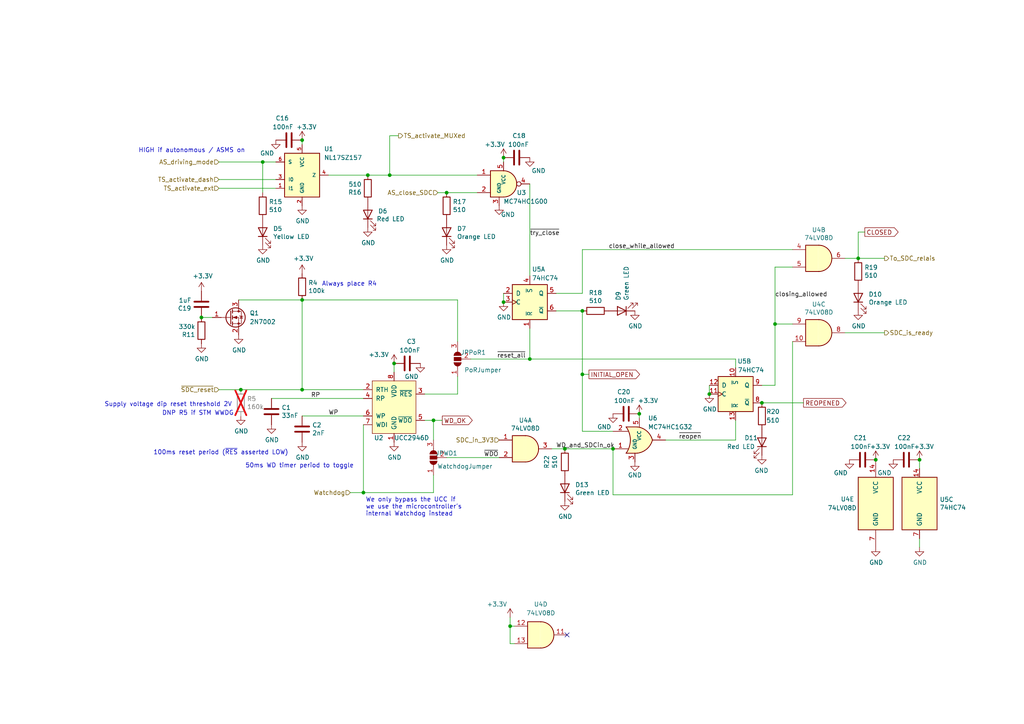
<source format=kicad_sch>
(kicad_sch (version 20230121) (generator eeschema)
  (paper "A4")
  (title_block (title "SDCL - Non-Programmable Logic") (date "2021-12-16") (rev "v1.0") (company "FaSTTUBe - Formula Student Team TU Berlin") (comment 1 "Car 113") (comment 2 "EBS Electronics") (comment 3 "Compliance for rule T 14.5.1 and T 14.5.2") (comment 4 "Hard-Wired logic for SDC relay latching and activation buttons"))
  (lib_symbols
    (symbol "74xx:74HC74" (pin_names (offset 1.016))
      (property "Reference" "U" (at -7.62 8.89 0))
      (property "Value" "74HC74" (at -7.62 -8.89 0))
      (symbol "74HC74_1_0"
        (pin input line (at 0 -7.62 90) (length 2.54) (name "~{R}") (number "1"))
        (pin input line (at -7.62 2.54 0) (length 2.54) (name "D") (number "2"))
        (pin input clock (at -7.62 0 0) (length 2.54) (name "C") (number "3"))
        (pin input line (at 0 7.62 270) (length 2.54) (name "~{S}") (number "4"))
        (pin output line (at 7.62 2.54 180) (length 2.54) (name "Q") (number "5"))
        (pin output line (at 7.62 -2.54 180) (length 2.54) (name "~{Q}") (number "6"))
      )
      (symbol "74HC74_1_1"
        (rectangle (start -5.08 5.08) (end 5.08 -5.08) (stroke (width 0.254)) (fill (type background)))
      )
      (symbol "74HC74_2_0"
        (pin input line (at 0 7.62 270) (length 2.54) (name "~{S}") (number "10"))
        (pin input clock (at -7.62 0 0) (length 2.54) (name "C") (number "11"))
        (pin input line (at -7.62 2.54 0) (length 2.54) (name "D") (number "12"))
        (pin input line (at 0 -7.62 90) (length 2.54) (name "~{R}") (number "13"))
        (pin output line (at 7.62 -2.54 180) (length 2.54) (name "~{Q}") (number "8"))
        (pin output line (at 7.62 2.54 180) (length 2.54) (name "Q") (number "9"))
      )
      (symbol "74HC74_2_1"
        (rectangle (start -5.08 5.08) (end 5.08 -5.08) (stroke (width 0.254)) (fill (type background)))
      )
      (symbol "74HC74_3_0"
        (pin power_in line (at 0 10.16 270) (length 2.54) (name "VCC") (number "14"))
        (pin power_in line (at 0 -10.16 90) (length 2.54) (name "GND") (number "7"))
      )
      (symbol "74HC74_3_1"
        (rectangle (start -5.08 7.62) (end 5.08 -7.62) (stroke (width 0.254)) (fill (type background)))
      )
    )
    (symbol "Custom:74LV08D" (pin_names (offset 1.016))
      (property "Reference" "U" (at 3.81 6.35 0))
      (property "Value" "74LV08D" (at 7.62 3.81 0))
      (symbol "74LV08D_1_1"
        (arc (start 0 -3.81) (mid 3.7934 0) (end 0 3.81) (stroke (width 0.254)) (fill (type background)))
        (polyline (pts (xy 0 3.81) (xy -3.81 3.81) (xy -3.81 -3.81) (xy 0 -3.81)) (stroke (width 0.254)) (fill (type background)))
        (pin input line (at -7.62 2.54 0) (length 3.81) (name "~") (number "1"))
        (pin input line (at -7.62 -2.54 0) (length 3.81) (name "~") (number "2"))
        (pin output line (at 7.62 0 180) (length 3.81) (name "~") (number "3"))
      )
      (symbol "74LV08D_1_2"
        (arc (start -3.81 -3.81) (mid -2.589 0) (end -3.81 3.81) (stroke (width 0.254)))
        (arc (start -0.6096 -3.81) (mid 2.1842 -2.5851) (end 3.81 0) (stroke (width 0.254)) (fill (type background)))
        (polyline (pts (xy -3.81 -3.81) (xy -0.635 -3.81)) (stroke (width 0.254)) (fill (type background)))
        (polyline (pts (xy -3.81 3.81) (xy -0.635 3.81)) (stroke (width 0.254)) (fill (type background)))
        (polyline (pts (xy -0.635 3.81) (xy -3.81 3.81) (xy -3.81 3.81) (xy -3.556 3.4036) (xy -3.0226 2.2606) (xy -2.6924 1.0414) (xy -2.6162 -0.254) (xy -2.7686 -1.4986) (xy -3.175 -2.7178) (xy -3.81 -3.81) (xy -3.81 -3.81) (xy -0.635 -3.81)) (stroke (width -25.4)) (fill (type background)))
        (arc (start 3.81 0) (mid 2.1915 2.5936) (end -0.6096 3.81) (stroke (width 0.254)) (fill (type background)))
        (pin input inverted (at -7.62 2.54 0) (length 4.318) (name "~") (number "1"))
        (pin input inverted (at -7.62 -2.54 0) (length 4.318) (name "~") (number "2"))
        (pin output inverted (at 7.62 0 180) (length 3.81) (name "~") (number "3"))
      )
      (symbol "74LV08D_2_1"
        (arc (start 0 -3.81) (mid 3.7934 0) (end 0 3.81) (stroke (width 0.254)) (fill (type background)))
        (polyline (pts (xy 0 3.81) (xy -3.81 3.81) (xy -3.81 -3.81) (xy 0 -3.81)) (stroke (width 0.254)) (fill (type background)))
        (pin input line (at -7.62 2.54 0) (length 3.81) (name "~") (number "4"))
        (pin input line (at -7.62 -2.54 0) (length 3.81) (name "~") (number "5"))
        (pin output line (at 7.62 0 180) (length 3.81) (name "~") (number "6"))
      )
      (symbol "74LV08D_2_2"
        (arc (start -3.81 -3.81) (mid -2.589 0) (end -3.81 3.81) (stroke (width 0.254)))
        (arc (start -0.6096 -3.81) (mid 2.1842 -2.5851) (end 3.81 0) (stroke (width 0.254)) (fill (type background)))
        (polyline (pts (xy -3.81 -3.81) (xy -0.635 -3.81)) (stroke (width 0.254)) (fill (type background)))
        (polyline (pts (xy -3.81 3.81) (xy -0.635 3.81)) (stroke (width 0.254)) (fill (type background)))
        (polyline (pts (xy -0.635 3.81) (xy -3.81 3.81) (xy -3.81 3.81) (xy -3.556 3.4036) (xy -3.0226 2.2606) (xy -2.6924 1.0414) (xy -2.6162 -0.254) (xy -2.7686 -1.4986) (xy -3.175 -2.7178) (xy -3.81 -3.81) (xy -3.81 -3.81) (xy -0.635 -3.81)) (stroke (width -25.4)) (fill (type background)))
        (arc (start 3.81 0) (mid 2.1915 2.5936) (end -0.6096 3.81) (stroke (width 0.254)) (fill (type background)))
        (pin input inverted (at -7.62 2.54 0) (length 4.318) (name "~") (number "4"))
        (pin input inverted (at -7.62 -2.54 0) (length 4.318) (name "~") (number "5"))
        (pin output inverted (at 7.62 0 180) (length 3.81) (name "~") (number "6"))
      )
      (symbol "74LV08D_3_1"
        (arc (start 0 -3.81) (mid 3.7934 0) (end 0 3.81) (stroke (width 0.254)) (fill (type background)))
        (polyline (pts (xy 0 3.81) (xy -3.81 3.81) (xy -3.81 -3.81) (xy 0 -3.81)) (stroke (width 0.254)) (fill (type background)))
        (pin input line (at -7.62 -2.54 0) (length 3.81) (name "~") (number "10"))
        (pin output line (at 7.62 0 180) (length 3.81) (name "~") (number "8"))
        (pin input line (at -7.62 2.54 0) (length 3.81) (name "~") (number "9"))
      )
      (symbol "74LV08D_3_2"
        (arc (start -3.81 -3.81) (mid -2.589 0) (end -3.81 3.81) (stroke (width 0.254)))
        (arc (start -0.6096 -3.81) (mid 2.1842 -2.5851) (end 3.81 0) (stroke (width 0.254)) (fill (type background)))
        (polyline (pts (xy -3.81 -3.81) (xy -0.635 -3.81)) (stroke (width 0.254)) (fill (type background)))
        (polyline (pts (xy -3.81 3.81) (xy -0.635 3.81)) (stroke (width 0.254)) (fill (type background)))
        (polyline (pts (xy -0.635 3.81) (xy -3.81 3.81) (xy -3.81 3.81) (xy -3.556 3.4036) (xy -3.0226 2.2606) (xy -2.6924 1.0414) (xy -2.6162 -0.254) (xy -2.7686 -1.4986) (xy -3.175 -2.7178) (xy -3.81 -3.81) (xy -3.81 -3.81) (xy -0.635 -3.81)) (stroke (width -25.4)) (fill (type background)))
        (arc (start 3.81 0) (mid 2.1915 2.5936) (end -0.6096 3.81) (stroke (width 0.254)) (fill (type background)))
        (pin input inverted (at -7.62 -2.54 0) (length 4.318) (name "~") (number "10"))
        (pin output inverted (at 7.62 0 180) (length 3.81) (name "~") (number "8"))
        (pin input inverted (at -7.62 2.54 0) (length 4.318) (name "~") (number "9"))
      )
      (symbol "74LV08D_4_1"
        (arc (start 0 -3.81) (mid 3.7934 0) (end 0 3.81) (stroke (width 0.254)) (fill (type background)))
        (polyline (pts (xy 0 3.81) (xy -3.81 3.81) (xy -3.81 -3.81) (xy 0 -3.81)) (stroke (width 0.254)) (fill (type background)))
        (pin output line (at 7.62 0 180) (length 3.81) (name "~") (number "11"))
        (pin input line (at -7.62 2.54 0) (length 3.81) (name "~") (number "12"))
        (pin input line (at -7.62 -2.54 0) (length 3.81) (name "~") (number "13"))
      )
      (symbol "74LV08D_4_2"
        (arc (start -3.81 -3.81) (mid -2.589 0) (end -3.81 3.81) (stroke (width 0.254)))
        (arc (start -0.6096 -3.81) (mid 2.1842 -2.5851) (end 3.81 0) (stroke (width 0.254)) (fill (type background)))
        (polyline (pts (xy -3.81 -3.81) (xy -0.635 -3.81)) (stroke (width 0.254)) (fill (type background)))
        (polyline (pts (xy -3.81 3.81) (xy -0.635 3.81)) (stroke (width 0.254)) (fill (type background)))
        (polyline (pts (xy -0.635 3.81) (xy -3.81 3.81) (xy -3.81 3.81) (xy -3.556 3.4036) (xy -3.0226 2.2606) (xy -2.6924 1.0414) (xy -2.6162 -0.254) (xy -2.7686 -1.4986) (xy -3.175 -2.7178) (xy -3.81 -3.81) (xy -3.81 -3.81) (xy -0.635 -3.81)) (stroke (width -25.4)) (fill (type background)))
        (arc (start 3.81 0) (mid 2.1915 2.5936) (end -0.6096 3.81) (stroke (width 0.254)) (fill (type background)))
        (pin output inverted (at 7.62 0 180) (length 3.81) (name "~") (number "11"))
        (pin input inverted (at -7.62 2.54 0) (length 4.318) (name "~") (number "12"))
        (pin input inverted (at -7.62 -2.54 0) (length 4.318) (name "~") (number "13"))
      )
      (symbol "74LV08D_5_0"
        (pin power_in line (at 0 12.7 270) (length 5.08) (name "VCC") (number "14"))
        (pin power_in line (at 0 -12.7 90) (length 5.08) (name "GND") (number "7"))
      )
      (symbol "74LV08D_5_1"
        (rectangle (start -5.08 7.62) (end 5.08 -7.62) (stroke (width 0.254)) (fill (type background)))
      )
    )
    (symbol "Custom:MC74HC1G00" (pin_names (offset 1.016))
      (property "Reference" "U" (at 1.27 7.62 0))
      (property "Value" "MC74HC1G00" (at 7.62 5.08 0))
      (symbol "MC74HC1G00_1_1"
        (arc (start 0 -3.81) (mid 3.7934 0) (end 0 3.81) (stroke (width 0.254)) (fill (type background)))
        (polyline (pts (xy 0 3.81) (xy -3.81 3.81) (xy -3.81 -3.81) (xy 0 -3.81)) (stroke (width 0.254)) (fill (type background)))
        (pin input line (at -7.62 2.54 0) (length 3.81) (name "~") (number "1"))
        (pin input line (at -7.62 -2.54 0) (length 3.81) (name "~") (number "2"))
        (pin power_in line (at -1.27 -6.35 90) (length 2.54) (name "GND") (number "3"))
        (pin output inverted (at 7.62 0 180) (length 3.81) (name "~") (number "4"))
        (pin power_in line (at 0 6.35 270) (length 2.54) (name "VCC") (number "5"))
      )
      (symbol "MC74HC1G00_1_2"
        (arc (start -3.81 -3.81) (mid -2.589 0) (end -3.81 3.81) (stroke (width 0.254)))
        (arc (start -0.6096 -3.81) (mid 2.1842 -2.5851) (end 3.81 0) (stroke (width 0.254)) (fill (type background)))
        (polyline (pts (xy -3.81 -3.81) (xy -0.635 -3.81)) (stroke (width 0.254)) (fill (type background)))
        (polyline (pts (xy -3.81 3.81) (xy -0.635 3.81)) (stroke (width 0.254)) (fill (type background)))
        (polyline (pts (xy -0.635 3.81) (xy -3.81 3.81) (xy -3.81 3.81) (xy -3.556 3.4036) (xy -3.0226 2.2606) (xy -2.6924 1.0414) (xy -2.6162 -0.254) (xy -2.7686 -1.4986) (xy -3.175 -2.7178) (xy -3.81 -3.81) (xy -3.81 -3.81) (xy -0.635 -3.81)) (stroke (width -25.4)) (fill (type background)))
        (arc (start 3.81 0) (mid 2.1915 2.5936) (end -0.6096 3.81) (stroke (width 0.254)) (fill (type background)))
        (pin input inverted (at -7.62 2.54 0) (length 4.318) (name "~") (number "1"))
        (pin input inverted (at -7.62 -2.54 0) (length 4.318) (name "~") (number "2"))
        (pin output line (at 7.62 0 180) (length 3.81) (name "~") (number "3"))
      )
    )
    (symbol "Custom:MC74HC1G32" (pin_names (offset 1.016))
      (property "Reference" "U6" (at 2.54 6.35 0))
      (property "Value" "MC74HC1G32" (at 2.54 3.81 0))
      (symbol "MC74HC1G32_1_1"
        (arc (start -3.81 -3.81) (mid -2.589 0) (end -3.81 3.81) (stroke (width 0.254)))
        (arc (start -0.6096 -3.81) (mid 2.1842 -2.5851) (end 3.81 0) (stroke (width 0.254)) (fill (type background)))
        (polyline (pts (xy -3.81 -3.81) (xy -0.635 -3.81)) (stroke (width 0.254)) (fill (type background)))
        (polyline (pts (xy -3.81 3.81) (xy -0.635 3.81)) (stroke (width 0.254)) (fill (type background)))
        (polyline (pts (xy -0.635 3.81) (xy -3.81 3.81) (xy -3.81 3.81) (xy -3.556 3.4036) (xy -3.0226 2.2606) (xy -2.6924 1.0414) (xy -2.6162 -0.254) (xy -2.7686 -1.4986) (xy -3.175 -2.7178) (xy -3.81 -3.81) (xy -3.81 -3.81) (xy -0.635 -3.81)) (stroke (width -25.4)) (fill (type background)))
        (arc (start 3.81 0) (mid 2.1915 2.5936) (end -0.6096 3.81) (stroke (width 0.254)) (fill (type background)))
        (pin input line (at -7.62 -2.54 0) (length 4.318) (name "~") (number "1"))
        (pin input line (at -7.62 2.54 0) (length 4.318) (name "~") (number "2"))
        (pin power_in line (at -1.27 -6.35 90) (length 2.54) (name "GND") (number "3"))
        (pin output line (at 7.62 0 180) (length 3.81) (name "~") (number "4"))
        (pin power_in line (at 0 6.35 270) (length 2.54) (name "VCC") (number "5"))
      )
      (symbol "MC74HC1G32_1_2"
        (arc (start 0 -3.81) (mid 3.7934 0) (end 0 3.81) (stroke (width 0.254)) (fill (type background)))
        (polyline (pts (xy 0 3.81) (xy -3.81 3.81) (xy -3.81 -3.81) (xy 0 -3.81)) (stroke (width 0.254)) (fill (type background)))
        (pin input inverted (at -7.62 2.54 0) (length 3.81) (name "~") (number "1"))
        (pin input inverted (at -7.62 -2.54 0) (length 3.81) (name "~") (number "2"))
        (pin output inverted (at 7.62 0 180) (length 3.81) (name "~") (number "3"))
      )
    )
    (symbol "Custom:NL17SZ157" (pin_names (offset 1.016))
      (property "Reference" "U" (at 0 15.24 0))
      (property "Value" "NL17SZ157" (at 0 12.7 0))
      (symbol "NL17SZ157_1_1"
        (rectangle (start -5.08 6.35) (end 5.08 -6.35) (stroke (width 0.254)) (fill (type background)))
        (pin input line (at -7.62 -3.81 0) (length 2.54) (name "I1") (number "1"))
        (pin power_in line (at 0 -8.89 90) (length 2.54) (name "GND") (number "2"))
        (pin input line (at -7.62 -1.27 0) (length 2.54) (name "I0") (number "3"))
        (pin output line (at 7.62 0 180) (length 2.54) (name "Z") (number "4"))
        (pin power_in line (at 0 8.89 270) (length 2.54) (name "VCC") (number "5"))
        (pin input line (at -7.62 3.81 0) (length 2.54) (name "S") (number "6"))
      )
    )
    (symbol "Custom:UCC2946" (pin_names (offset 1.016))
      (property "Reference" "U" (at 0 15.24 0))
      (property "Value" "UCC2946" (at 0 12.7 0))
      (symbol "UCC2946_0_1"
        (rectangle (start -6.35 7.62) (end 6.35 -7.62) (fill (type background)))
      )
      (symbol "UCC2946_1_1"
        (pin power_in line (at 0 -10.16 90) (length 2.54) (name "GND") (number "1"))
        (pin input line (at -8.89 5.08 0) (length 2.54) (name "RTH") (number "2"))
        (pin input line (at 8.89 3.81 180) (length 2.54) (name "~{RES}") (number "3"))
        (pin input line (at -8.89 2.54 0) (length 2.54) (name "RP") (number "4"))
        (pin input line (at 8.89 -3.81 180) (length 2.54) (name "~{WDO}") (number "5"))
        (pin input line (at -8.89 -2.54 0) (length 2.54) (name "WP") (number "6"))
        (pin input line (at -8.89 -5.08 0) (length 2.54) (name "WDI") (number "7"))
        (pin power_in line (at 0 10.16 270) (length 2.54) (name "VDD") (number "8"))
      )
    )
    (symbol "Device:C" (pin_numbers hide) (pin_names (offset 0.254))
      (property "Reference" "C" (at 0.635 2.54 0))
      (property "Value" "C" (at 0.635 -2.54 0))
      (symbol "C_0_1"
        (polyline (pts (xy -2.032 -0.762) (xy 2.032 -0.762)) (stroke (width 0.508)))
        (polyline (pts (xy -2.032 0.762) (xy 2.032 0.762)) (stroke (width 0.508)))
      )
      (symbol "C_1_1"
        (pin passive line (at 0 3.81 270) (length 2.794) (name "~") (number "1"))
        (pin passive line (at 0 -3.81 90) (length 2.794) (name "~") (number "2"))
      )
    )
    (symbol "Device:LED" (pin_numbers hide) (pin_names (offset 1.016) hide)
      (property "Reference" "D" (at 0 2.54 0))
      (property "Value" "LED" (at 0 -2.54 0))
      (symbol "LED_0_1"
        (polyline (pts (xy -1.27 -1.27) (xy -1.27 1.27)) (stroke (width 0.254)))
        (polyline (pts (xy -1.27 0) (xy 1.27 0)))
        (polyline (pts (xy 1.27 -1.27) (xy 1.27 1.27) (xy -1.27 0) (xy 1.27 -1.27)) (stroke (width 0.254)))
        (polyline (pts (xy -3.048 -0.762) (xy -4.572 -2.286) (xy -3.81 -2.286) (xy -4.572 -2.286) (xy -4.572 -1.524)))
        (polyline (pts (xy -1.778 -0.762) (xy -3.302 -2.286) (xy -2.54 -2.286) (xy -3.302 -2.286) (xy -3.302 -1.524)))
      )
      (symbol "LED_1_1"
        (pin passive line (at -3.81 0 0) (length 2.54) (name "K") (number "1"))
        (pin passive line (at 3.81 0 180) (length 2.54) (name "A") (number "2"))
      )
    )
    (symbol "Device:Q_NMOS_GSD" (pin_names (offset 0) hide)
      (property "Reference" "Q" (at 5.08 1.27 0))
      (property "Value" "Q_NMOS_GSD" (at 5.08 -1.27 0))
      (symbol "Q_NMOS_GSD_0_1"
        (polyline (pts (xy 0.254 0) (xy -2.54 0)))
        (polyline (pts (xy 0.254 1.905) (xy 0.254 -1.905)) (stroke (width 0.254)))
        (polyline (pts (xy 0.762 -1.27) (xy 0.762 -2.286)) (stroke (width 0.254)))
        (polyline (pts (xy 0.762 0.508) (xy 0.762 -0.508)) (stroke (width 0.254)))
        (polyline (pts (xy 0.762 2.286) (xy 0.762 1.27)) (stroke (width 0.254)))
        (polyline (pts (xy 2.54 2.54) (xy 2.54 1.778)))
        (polyline (pts (xy 2.54 -2.54) (xy 2.54 0) (xy 0.762 0)))
        (polyline (pts (xy 0.762 -1.778) (xy 3.302 -1.778) (xy 3.302 1.778) (xy 0.762 1.778)))
        (polyline (pts (xy 1.016 0) (xy 2.032 0.381) (xy 2.032 -0.381) (xy 1.016 0)) (fill (type outline)))
        (polyline (pts (xy 2.794 0.508) (xy 2.921 0.381) (xy 3.683 0.381) (xy 3.81 0.254)))
        (polyline (pts (xy 3.302 0.381) (xy 2.921 -0.254) (xy 3.683 -0.254) (xy 3.302 0.381)))
        (circle (center 1.651 0) (radius 2.794) (stroke (width 0.254)))
        (circle (center 2.54 -1.778) (radius 0.254) (fill (type outline)))
        (circle (center 2.54 1.778) (radius 0.254) (fill (type outline)))
      )
      (symbol "Q_NMOS_GSD_1_1"
        (pin input line (at -5.08 0 0) (length 2.54) (name "G") (number "1"))
        (pin passive line (at 2.54 -5.08 90) (length 2.54) (name "S") (number "2"))
        (pin passive line (at 2.54 5.08 270) (length 2.54) (name "D") (number "3"))
      )
    )
    (symbol "Device:R" (pin_numbers hide) (pin_names (offset 0))
      (property "Reference" "R" (at 2.032 0 90))
      (property "Value" "R" (at 0 0 90))
      (symbol "R_0_1"
        (rectangle (start -1.016 -2.54) (end 1.016 2.54) (stroke (width 0.254)))
      )
      (symbol "R_1_1"
        (pin passive line (at 0 3.81 270) (length 1.27) (name "~") (number "1"))
        (pin passive line (at 0 -3.81 90) (length 1.27) (name "~") (number "2"))
      )
    )
    (symbol "Jumper:SolderJumper_3_Open" (pin_names (offset 0) hide)
      (property "Reference" "JP" (at -2.54 -2.54 0))
      (property "Value" "SolderJumper_3_Open" (at 0 2.794 0))
      (symbol "SolderJumper_3_Open_0_1"
        (arc (start -1.016 1.016) (mid -2.0276 0) (end -1.016 -1.016))
        (arc (start -1.016 1.016) (mid -2.0276 0) (end -1.016 -1.016) (fill (type outline)))
        (rectangle (start -0.508 1.016) (end 0.508 -1.016) (fill (type outline)))
        (polyline (pts (xy -2.54 0) (xy -2.032 0)))
        (polyline (pts (xy -1.016 1.016) (xy -1.016 -1.016)))
        (polyline (pts (xy 0 -1.27) (xy 0 -1.016)))
        (polyline (pts (xy 1.016 1.016) (xy 1.016 -1.016)))
        (polyline (pts (xy 2.54 0) (xy 2.032 0)))
        (arc (start 1.016 -1.016) (mid 2.0276 0) (end 1.016 1.016))
        (arc (start 1.016 -1.016) (mid 2.0276 0) (end 1.016 1.016) (fill (type outline)))
      )
      (symbol "SolderJumper_3_Open_1_1"
        (pin passive line (at -5.08 0 0) (length 2.54) (name "A") (number "1"))
        (pin passive line (at 0 -3.81 90) (length 2.54) (name "C") (number "2"))
        (pin passive line (at 5.08 0 180) (length 2.54) (name "B") (number "3"))
      )
    )
    (symbol "power:+3.3V" (power) (pin_names (offset 0))
      (property "Value" "+3.3V" (at 0 3.556 0))
      (symbol "+3.3V_0_1"
        (polyline (pts (xy -0.762 1.27) (xy 0 2.54)))
        (polyline (pts (xy 0 0) (xy 0 2.54)))
        (polyline (pts (xy 0 2.54) (xy 0.762 1.27)))
      )
      (symbol "+3.3V_1_1"
        (pin power_in line (at 0 0 90) (length 0) hide (name "+3.3V") (number "1"))
      )
    )
    (symbol "power:GND" (power) (pin_names (offset 0))
      (property "Value" "GND" (at 0 -3.81 0))
      (symbol "GND_0_1"
        (polyline (pts (xy 0 0) (xy 0 -1.27) (xy 1.27 -1.27) (xy 0 -2.54) (xy -1.27 -1.27) (xy 0 -1.27)))
      )
      (symbol "GND_1_1"
        (pin power_in line (at 0 0 270) (length 0) hide (name "GND") (number "1"))
      )
    )
  )
  (junction (at 185.42 120.015))
  (junction (at 168.91 108.585))
  (junction (at 114.3 105.41))
  (junction (at 224.79 93.98))
  (junction (at 113.03 50.8))
  (junction (at 87.63 86.995))
  (junction (at 220.98 116.84))
  (junction (at 168.91 90.17))
  (junction (at 248.92 74.93))
  (junction (at 266.7 133.35))
  (junction (at 146.05 87.63))
  (junction (at 125.73 121.92))
  (junction (at 105.41 142.875))
  (junction (at 163.83 130.175))
  (junction (at 146.05 45.72))
  (junction (at 177.8 130.175))
  (junction (at 106.68 50.8))
  (junction (at 153.67 104.14))
  (junction (at 147.955 181.61))
  (junction (at 58.42 92.075))
  (junction (at 254 133.35))
  (junction (at 129.54 55.88))
  (junction (at 69.85 113.03))
  (junction (at 87.63 113.03))
  (junction (at 76.2 46.99))
  (junction (at 87.63 40.64))
  (junction (at 205.74 114.3))
  (no_connect (at 164.465 184.15))
  (wire (pts (xy 63.5 54.61) (xy 80.01 54.61)))
  (wire (pts (xy 245.11 96.52) (xy 256.54 96.52)))
  (wire (pts (xy 224.79 111.76) (xy 224.79 93.98)))
  (wire (pts (xy 161.29 85.09) (xy 168.91 85.09)))
  (wire (pts (xy 213.36 104.14) (xy 153.67 104.14)))
  (wire (pts (xy 128.27 121.92) (xy 125.73 121.92)))
  (wire (pts (xy 113.03 50.8) (xy 138.43 50.8)))
  (wire (pts (xy 127 55.88) (xy 129.54 55.88)))
  (wire (pts (xy 113.03 39.37) (xy 115.57 39.37)))
  (wire (pts (xy 153.67 53.34) (xy 153.67 80.01)))
  (wire (pts (xy 87.63 40.64) (xy 87.63 41.91)))
  (wire (pts (xy 168.91 108.585) (xy 168.91 125.095)))
  (wire (pts (xy 69.85 113.03) (xy 87.63 113.03)))
  (wire (pts (xy 132.715 99.06) (xy 132.715 86.995)))
  (wire (pts (xy 250.825 67.31) (xy 248.92 67.31)))
  (wire (pts (xy 224.79 93.98) (xy 224.79 77.47)))
  (wire (pts (xy 123.19 114.3) (xy 132.715 114.3)))
  (wire (pts (xy 106.68 50.8) (xy 113.03 50.8)))
  (wire (pts (xy 125.73 127.635) (xy 125.73 121.92)))
  (wire (pts (xy 63.5 46.99) (xy 76.2 46.99)))
  (wire (pts (xy 224.79 77.47) (xy 229.87 77.47)))
  (wire (pts (xy 136.525 104.14) (xy 153.67 104.14)))
  (wire (pts (xy 129.54 55.88) (xy 138.43 55.88)))
  (wire (pts (xy 213.36 127.635) (xy 213.36 121.92)))
  (wire (pts (xy 76.2 46.99) (xy 76.2 55.88)))
  (wire (pts (xy 125.73 137.795) (xy 125.73 142.875)))
  (wire (pts (xy 168.91 90.17) (xy 161.29 90.17)))
  (wire (pts (xy 163.83 130.175) (xy 177.8 130.175)))
  (wire (pts (xy 95.25 50.8) (xy 106.68 50.8)))
  (wire (pts (xy 185.42 120.015) (xy 185.42 121.285)))
  (wire (pts (xy 168.91 90.17) (xy 168.91 108.585)))
  (wire (pts (xy 213.36 104.14) (xy 213.36 106.68)))
  (wire (pts (xy 63.5 113.03) (xy 69.85 113.03)))
  (wire (pts (xy 266.7 135.89) (xy 266.7 133.35)))
  (wire (pts (xy 78.74 115.57) (xy 105.41 115.57)))
  (wire (pts (xy 193.04 127.635) (xy 213.36 127.635)))
  (wire (pts (xy 58.42 92.075) (xy 61.595 92.075)))
  (wire (pts (xy 177.8 143.51) (xy 177.8 130.175)))
  (wire (pts (xy 114.3 105.41) (xy 114.3 107.95)))
  (wire (pts (xy 129.54 132.715) (xy 144.78 132.715)))
  (wire (pts (xy 153.67 95.25) (xy 153.67 104.14)))
  (wire (pts (xy 168.91 72.39) (xy 168.91 85.09)))
  (wire (pts (xy 123.19 121.92) (xy 125.73 121.92)))
  (wire (pts (xy 220.98 116.84) (xy 233.045 116.84)))
  (wire (pts (xy 87.63 86.995) (xy 87.63 113.03)))
  (wire (pts (xy 220.98 111.76) (xy 224.79 111.76)))
  (wire (pts (xy 125.73 142.875) (xy 105.41 142.875)))
  (wire (pts (xy 266.7 158.75) (xy 266.7 156.21)))
  (wire (pts (xy 160.02 130.175) (xy 163.83 130.175)))
  (wire (pts (xy 248.92 74.93) (xy 256.54 74.93)))
  (wire (pts (xy 101.6 142.875) (xy 105.41 142.875)))
  (wire (pts (xy 147.955 181.61) (xy 147.955 186.69)))
  (wire (pts (xy 146.05 45.72) (xy 146.05 46.99)))
  (wire (pts (xy 147.955 179.07) (xy 147.955 181.61)))
  (wire (pts (xy 147.955 181.61) (xy 149.225 181.61)))
  (wire (pts (xy 87.63 86.995) (xy 69.215 86.995)))
  (wire (pts (xy 63.5 52.07) (xy 80.01 52.07)))
  (wire (pts (xy 168.91 125.095) (xy 177.8 125.095)))
  (wire (pts (xy 205.74 111.76) (xy 205.74 114.3)))
  (wire (pts (xy 248.92 67.31) (xy 248.92 74.93)))
  (wire (pts (xy 146.05 85.09) (xy 146.05 87.63)))
  (wire (pts (xy 87.63 113.03) (xy 105.41 113.03)))
  (wire (pts (xy 113.03 39.37) (xy 113.03 50.8)))
  (wire (pts (xy 229.87 93.98) (xy 224.79 93.98)))
  (wire (pts (xy 168.91 72.39) (xy 229.87 72.39)))
  (wire (pts (xy 105.41 142.875) (xy 105.41 123.19)))
  (wire (pts (xy 132.715 109.22) (xy 132.715 114.3)))
  (wire (pts (xy 147.955 186.69) (xy 149.225 186.69)))
  (wire (pts (xy 76.2 46.99) (xy 80.01 46.99)))
  (wire (pts (xy 168.91 108.585) (xy 170.815 108.585)))
  (wire (pts (xy 245.11 74.93) (xy 248.92 74.93)))
  (wire (pts (xy 229.87 99.06) (xy 229.87 143.51)))
  (wire (pts (xy 87.63 86.995) (xy 132.715 86.995)))
  (wire (pts (xy 229.87 143.51) (xy 177.8 143.51)))
  (wire (pts (xy 87.63 120.65) (xy 105.41 120.65)))
  (text "Supply voltage dip reset threshold 2V" (at 67.31 118.11 0) (effects (font (size 1.27 1.27)) (justify right bottom)))
  (text "100ms reset period (~{RES} asserted LOW)" (at 44.45 132.08 0) (effects (font (size 1.27 1.27)) (justify left bottom)))
  (text "50ms WD timer period to toggle" (at 71.12 135.89 0) (effects (font (size 1.27 1.27)) (justify left bottom)))
  (text "Always place R4" (at 93.345 83.185 0) (effects (font (size 1.27 1.27)) (justify left bottom)))
  (text "HIGH if autonomous / ASMS on" (at 71.12 44.45 0) (effects (font (size 1.27 1.27)) (justify right bottom)))
  (text "We only bypass the UCC if\nwe use the microcontroller's\ninternal Watchdog instead\n" (at 106.045 149.86 0) (effects (font (size 1.27 1.27)) (justify left bottom)))
  (text "DNP R5 if STM WWDG" (at 46.99 120.65 0) (effects (font (size 1.27 1.27)) (justify left bottom)))
  (label "~{reopen}" (at 196.85 127.635 0))
  (label "WP" (at 95.25 120.65 0))
  (label "WD_and_SDCin_ok" (at 161.29 130.175 0))
  (label "close_while_allowed" (at 176.53 72.39 0))
  (label "~{reset_all}" (at 144.145 104.14 0))
  (label "closing_allowed" (at 224.79 86.36 0))
  (label "~{WDO}" (at 140.335 132.715 0))
  (label "RP" (at 90.17 115.57 0))
  (label "~{try_close}" (at 153.67 68.58 0))
  (global_label "WD_OK" (shape output) (at 128.27 121.92 0) (property "Intersheetrefs" "${INTERSHEET_REFS}" (effects hide)))
  (global_label "CLOSED" (shape output) (at 250.825 67.31 0) (property "Intersheetrefs" "${INTERSHEET_REFS}" (effects hide)))
  (global_label "INITIAL_OPEN" (shape output) (at 170.815 108.585 0) (property "Intersheetrefs" "${INTERSHEET_REFS}" (effects hide)))
  (global_label "REOPENED" (shape output) (at 233.045 116.84 0) (property "Intersheetrefs" "${INTERSHEET_REFS}" (effects hide)))
  (hierarchical_label "SDC_in_3V3" (shape input) (at 144.78 127.635 180))
  (hierarchical_label "TS_activate_dash" (shape input) (at 63.5 52.07 180))
  (hierarchical_label "~{SDC_reset}" (shape input) (at 63.5 113.03 180))
  (hierarchical_label "AS_close_SDC" (shape input) (at 127 55.88 180))
  (hierarchical_label "SDC_is_ready" (shape output) (at 256.54 96.52 0))
  (hierarchical_label "TS_activate_MUXed" (shape output) (at 115.57 39.37 0))
  (hierarchical_label "AS_driving_mode" (shape input) (at 63.5 46.99 180))
  (hierarchical_label "TS_activate_ext" (shape input) (at 63.5 54.61 180))
  (hierarchical_label "Watchdog" (shape input) (at 101.6 142.875 180))
  (hierarchical_label "To_SDC_relais" (shape output) (at 256.54 74.93 0))
  (symbol (lib_id "Device:C") (at 78.74 119.38 0) (unit 1)
    (property "Reference" "C1" (at 81.661 118.2116 0) (effects (justify left)))
    (property "Value" "33nF" (at 81.661 120.523 0) (effects (justify left)))
    (property "Footprint" "Capacitor_SMD:C_0603_1608Metric_Pad1.08x0.95mm_HandSolder" (effects hide))
  )
  (symbol (lib_id "Device:C") (at 87.63 124.46 0) (unit 1)
    (property "Reference" "C2" (at 90.551 123.2916 0) (effects (justify left)))
    (property "Value" "2nF" (at 90.551 125.603 0) (effects (justify left)))
    (property "Footprint" "Capacitor_SMD:C_0603_1608Metric_Pad1.08x0.95mm_HandSolder" (effects hide))
  )
  (symbol (lib_id "Custom:UCC2946") (at 114.3 118.11 0) (unit 1)
    (property "Reference" "U2" (at 109.855 127 0))
    (property "Value" "UCC2946D" (at 119.38 127 0))
    (property "Footprint" "Package_SO:SOIC-8_3.9x4.9mm_P1.27mm" (effects hide))
    (property "Datasheet" "https://www.ti.com/lit/ds/symlink/ucc2946.pdf" (effects hide))
  )
  (symbol (lib_id "Device:C") (at 118.11 105.41 90) (unit 1)
    (property "Reference" "C3" (at 120.65 99.06 90) (effects (justify left)))
    (property "Value" "100nF" (at 121.92 101.6 90) (effects (justify left)))
    (property "Footprint" "Capacitor_SMD:C_0603_1608Metric_Pad1.08x0.95mm_HandSolder" (effects hide))
  )
  (symbol (lib_id "Device:R") (at 69.85 116.84 0) (unit 1) (dnp yes)
    (property "Reference" "R5" (at 71.628 115.6716 0) (effects (justify left)))
    (property "Value" "160k" (at 71.628 117.983 0) (effects (justify left)))
    (property "Footprint" "Resistor_SMD:R_0603_1608Metric_Pad0.98x0.95mm_HandSolder" (effects hide))
  )
  (symbol (lib_id "Device:R") (at 87.63 83.185 0) (unit 1)
    (property "Reference" "R4" (at 89.408 82.0166 0) (effects (justify left)))
    (property "Value" "100k" (at 89.408 84.328 0) (effects (justify left)))
    (property "Footprint" "Resistor_SMD:R_0603_1608Metric_Pad0.98x0.95mm_HandSolder" (effects hide))
  )
  (symbol (lib_id "Custom:MC74HC1G00") (at 146.05 53.34 0) (unit 1)
    (property "Reference" "U3" (at 149.86 55.88 0) (effects (justify left)))
    (property "Value" "MC74HC1G00" (at 146.05 58.42 0) (effects (justify left)))
    (property "Footprint" "Package_TO_SOT_SMD:SOT-23-5_HandSoldering" (effects hide))
    (property "Datasheet" "http://www.ti.com/lit/gpn/sn74ls00" (effects hide))
  )
  (symbol (lib_id "power:GND") (at 144.78 59.69 0) (unit 1)
    (property "Reference" "#PWR0122" (effects hide))
    (property "Value" "GND" (at 147.32 62.23 0))
  )
  (symbol (lib_id "Custom:MC74HC1G32") (at 185.42 127.635 0) (unit 1)
    (property "Reference" "U6" (at 187.96 121.285 0) (effects (justify left)))
    (property "Value" "MC74HC1G32" (at 187.96 123.825 0) (effects (justify left)))
    (property "Footprint" "Package_TO_SOT_SMD:SOT-23-5_HandSoldering" (effects hide))
    (property "Datasheet" "https://www.mouser.de/datasheet/2/308/1/MC74HC1G32_D-2315545.pdf" (effects hide))
  )
  (symbol (lib_id "power:GND") (at 184.15 133.985 0) (unit 1)
    (property "Reference" "#PWR0124" (effects hide))
    (property "Value" "GND" (at 184.15 137.795 0))
  )
  (symbol (lib_id "power:+3.3V") (at 185.42 120.015 0) (unit 1)
    (property "Reference" "#PWR0125" (effects hide))
    (property "Value" "+3.3V" (at 187.96 116.205 0))
  )
  (symbol (lib_id "power:GND") (at 121.92 105.41 0) (unit 1)
    (property "Reference" "#PWR0112" (effects hide))
    (property "Value" "GND" (at 119.38 109.22 0))
  )
  (symbol (lib_id "Custom:74LV08D") (at 152.4 130.175 0) (unit 1)
    (property "Reference" "U4" (at 152.4 121.92 0))
    (property "Value" "74LV08D" (at 152.4 124.2314 0))
    (property "Footprint" "Package_SO:SOIC-14_3.9x8.7mm_P1.27mm" (effects hide))
    (property "Datasheet" "https://www.mouser.de/datasheet/2/916/74LV08-1388983.pdf" (effects hide))
  )
  (symbol (lib_id "power:GND") (at 87.63 128.27 0) (unit 1)
    (property "Reference" "#PWR0113" (effects hide))
    (property "Value" "GND" (at 87.757 132.6642 0))
  )
  (symbol (lib_id "Custom:74LV08D") (at 237.49 74.93 0) (unit 2)
    (property "Reference" "U4" (at 237.49 66.675 0))
    (property "Value" "74LV08D" (at 237.49 68.9864 0))
    (property "Footprint" "Package_SO:SOIC-14_3.9x8.7mm_P1.27mm" (effects hide))
    (property "Datasheet" "https://www.mouser.de/datasheet/2/916/74LV08-1388983.pdf" (effects hide))
  )
  (symbol (lib_id "Custom:74LV08D") (at 237.49 96.52 0) (unit 3)
    (property "Reference" "U4" (at 237.49 88.265 0))
    (property "Value" "74LV08D" (at 237.49 90.5764 0))
    (property "Footprint" "Package_SO:SOIC-14_3.9x8.7mm_P1.27mm" (effects hide))
    (property "Datasheet" "https://www.mouser.de/datasheet/2/916/74LV08-1388983.pdf" (effects hide))
  )
  (symbol (lib_id "power:GND") (at 146.05 87.63 0) (unit 1)
    (property "Reference" "#PWR0115" (effects hide))
    (property "Value" "GND" (at 146.177 92.0242 0))
  )
  (symbol (lib_id "Custom:74LV08D") (at 254 146.05 0) (unit 5)
    (property "Reference" "U4" (at 243.84 144.78 0) (effects (justify left)))
    (property "Value" "74LV08D" (at 240.03 147.32 0) (effects (justify left)))
    (property "Footprint" "Package_SO:SOIC-14_3.9x8.7mm_P1.27mm" (effects hide))
    (property "Datasheet" "https://www.mouser.de/datasheet/2/916/74LV08-1388983.pdf" (effects hide))
  )
  (symbol (lib_id "power:GND") (at 205.74 114.3 0) (unit 1)
    (property "Reference" "#PWR0118" (effects hide))
    (property "Value" "GND" (at 205.867 118.6942 0))
  )
  (symbol (lib_id "power:+3.3V") (at 254 133.35 0) (unit 1)
    (property "Reference" "#PWR0126" (effects hide))
    (property "Value" "+3.3V" (at 255.27 129.54 0))
  )
  (symbol (lib_id "power:GND") (at 254 158.75 0) (unit 1)
    (property "Reference" "#PWR0127" (effects hide))
    (property "Value" "GND" (at 254.127 163.1442 0))
  )
  (symbol (lib_id "power:+3.3V") (at 114.3 105.41 0) (unit 1)
    (property "Reference" "#PWR0128" (effects hide))
    (property "Value" "+3.3V" (at 109.855 102.87 0))
  )
  (symbol (lib_id "power:+3.3V") (at 87.63 79.375 0) (unit 1)
    (property "Reference" "#PWR0129" (effects hide))
    (property "Value" "+3.3V" (at 88.011 74.9808 0))
  )
  (symbol (lib_id "power:GND") (at 69.85 120.65 0) (unit 1)
    (property "Reference" "#PWR0130" (effects hide))
    (property "Value" "GND" (at 69.977 125.0442 0))
  )
  (symbol (lib_id "power:GND") (at 78.74 123.19 0) (unit 1)
    (property "Reference" "#PWR0131" (effects hide))
    (property "Value" "GND" (at 78.867 127.5842 0))
  )
  (symbol (lib_id "Custom:NL17SZ157") (at 87.63 50.8 0) (unit 1)
    (property "Reference" "U1" (at 93.98 43.18 0) (effects (justify left)))
    (property "Value" "NL17SZ157" (at 93.98 45.72 0) (effects (justify left)))
    (property "Footprint" "Package_TO_SOT_SMD:SOT-23-6_Handsoldering" (effects hide))
    (property "Datasheet" "https://www.mouser.de/datasheet/2/308/1/NL17SZ157_D-2318109.pdf" (effects hide))
  )
  (symbol (lib_id "power:GND") (at 114.3 128.27 0) (unit 1)
    (property "Reference" "#PWR0132" (effects hide))
    (property "Value" "GND" (at 114.427 132.6642 0))
  )
  (symbol (lib_id "power:GND") (at 87.63 59.69 0) (unit 1)
    (property "Reference" "#PWR0116" (effects hide))
    (property "Value" "GND" (at 87.757 64.0842 0))
  )
  (symbol (lib_id "Device:LED") (at 248.92 86.36 90) (unit 1)
    (property "Reference" "D10" (at 251.9172 85.3694 90) (effects (justify right)))
    (property "Value" "Orange LED" (at 251.9172 87.6808 90) (effects (justify right)))
    (property "Footprint" "Diode_SMD:D_0603_1608Metric_Pad1.05x0.95mm_HandSolder" (effects hide))
  )
  (symbol (lib_id "Device:R") (at 248.92 78.74 0) (unit 1)
    (property "Reference" "R19" (at 250.698 77.5716 0) (effects (justify left)))
    (property "Value" "510" (at 250.698 79.883 0) (effects (justify left)))
    (property "Footprint" "Resistor_SMD:R_0603_1608Metric_Pad0.98x0.95mm_HandSolder" (effects hide))
  )
  (symbol (lib_id "power:GND") (at 248.92 90.17 0) (unit 1)
    (property "Reference" "#PWR0155" (effects hide))
    (property "Value" "GND" (at 249.047 94.5642 0))
  )
  (symbol (lib_id "Device:LED") (at 163.83 141.605 90) (unit 1)
    (property "Reference" "D13" (at 166.8272 140.6144 90) (effects (justify right)))
    (property "Value" "Green LED" (at 166.8272 142.9258 90) (effects (justify right)))
    (property "Footprint" "Diode_SMD:D_0603_1608Metric_Pad1.05x0.95mm_HandSolder" (effects hide))
  )
  (symbol (lib_id "Device:R") (at 163.83 133.985 180) (unit 1)
    (property "Reference" "R22" (at 158.5722 133.985 90))
    (property "Value" "510" (at 160.8836 133.985 90))
    (property "Footprint" "Resistor_SMD:R_0603_1608Metric_Pad0.98x0.95mm_HandSolder" (effects hide))
  )
  (symbol (lib_id "power:GND") (at 163.83 145.415 0) (unit 1)
    (property "Reference" "#PWR0163" (effects hide))
    (property "Value" "GND" (at 163.957 149.8092 0))
  )
  (symbol (lib_id "74xx:74HC74") (at 153.67 87.63 0) (unit 1)
    (property "Reference" "U5" (at 156.21 78.105 0))
    (property "Value" "74HC74" (at 158.115 80.645 0))
    (property "Footprint" "Package_SO:SOIC-14_3.9x8.7mm_P1.27mm" (effects hide))
    (property "Datasheet" "https://www.mouser.de/datasheet/2/916/74HC_HCT74-1319854.pdf" (effects hide))
  )
  (symbol (lib_id "Device:LED") (at 220.98 128.27 270) (mirror x) (unit 1)
    (property "Reference" "D11" (at 215.9 127 90) (effects (justify left)))
    (property "Value" "Red LED" (at 210.82 129.54 90) (effects (justify left)))
    (property "Footprint" "Diode_SMD:D_0603_1608Metric_Pad1.05x0.95mm_HandSolder" (effects hide))
  )
  (symbol (lib_id "Device:R") (at 220.98 120.65 0) (mirror y) (unit 1)
    (property "Reference" "R20" (at 222.25 119.38 0) (effects (justify right)))
    (property "Value" "510" (at 222.25 121.92 0) (effects (justify right)))
    (property "Footprint" "Resistor_SMD:R_0603_1608Metric_Pad0.98x0.95mm_HandSolder" (effects hide))
  )
  (symbol (lib_id "power:GND") (at 220.98 132.08 0) (mirror y) (unit 1)
    (property "Reference" "#PWR0157" (effects hide))
    (property "Value" "GND" (at 220.853 136.4742 0))
  )
  (symbol (lib_id "74xx:74HC74") (at 213.36 114.3 0) (unit 2)
    (property "Reference" "U5" (at 215.9 104.775 0))
    (property "Value" "74HC74" (at 217.805 107.315 0))
    (property "Footprint" "Package_SO:SOIC-14_3.9x8.7mm_P1.27mm" (effects hide))
    (property "Datasheet" "https://www.mouser.de/datasheet/2/916/74HC_HCT74-1319854.pdf" (effects hide))
  )
  (symbol (lib_id "74xx:74HC74") (at 266.7 146.05 0) (unit 3)
    (property "Reference" "U5" (at 272.542 144.8816 0) (effects (justify left)))
    (property "Value" "74HC74" (at 272.542 147.193 0) (effects (justify left)))
    (property "Footprint" "Package_SO:SOIC-14_3.9x8.7mm_P1.27mm" (effects hide))
    (property "Datasheet" "https://www.mouser.de/datasheet/2/916/74HC_HCT74-1319854.pdf" (effects hide))
  )
  (symbol (lib_id "Device:C") (at 250.19 133.35 90) (unit 1)
    (property "Reference" "C21" (at 251.46 127 90) (effects (justify left)))
    (property "Value" "100nF" (at 252.73 129.54 90) (effects (justify left)))
    (property "Footprint" "Capacitor_SMD:C_0603_1608Metric_Pad1.08x0.95mm_HandSolder" (effects hide))
  )
  (symbol (lib_id "power:GND") (at 246.38 133.35 0) (unit 1)
    (property "Reference" "#PWR0117" (effects hide))
    (property "Value" "GND" (at 243.84 137.16 0))
  )
  (symbol (lib_id "Device:LED") (at 180.34 90.17 180) (unit 1)
    (property "Reference" "D9" (at 179.3494 87.1728 90) (effects (justify right)))
    (property "Value" "Green LED" (at 181.6608 87.1728 90) (effects (justify right)))
    (property "Footprint" "Diode_SMD:D_0603_1608Metric_Pad1.05x0.95mm_HandSolder" (effects hide))
  )
  (symbol (lib_id "Device:R") (at 172.72 90.17 90) (unit 1)
    (property "Reference" "R18" (at 172.72 84.9122 90))
    (property "Value" "510" (at 172.72 87.2236 90))
    (property "Footprint" "Resistor_SMD:R_0603_1608Metric_Pad0.98x0.95mm_HandSolder" (effects hide))
  )
  (symbol (lib_id "power:GND") (at 184.15 90.17 0) (unit 1)
    (property "Reference" "#PWR0158" (effects hide))
    (property "Value" "GND" (at 184.277 94.5642 0))
  )
  (symbol (lib_id "Device:C") (at 262.89 133.35 90) (unit 1)
    (property "Reference" "C22" (at 264.16 127 90) (effects (justify left)))
    (property "Value" "100nF" (at 265.43 129.54 90) (effects (justify left)))
    (property "Footprint" "Capacitor_SMD:C_0603_1608Metric_Pad1.08x0.95mm_HandSolder" (effects hide))
  )
  (symbol (lib_id "power:GND") (at 259.08 133.35 0) (unit 1)
    (property "Reference" "#PWR0123" (effects hide))
    (property "Value" "GND" (at 256.54 137.16 0))
  )
  (symbol (lib_id "power:GND") (at 266.7 158.75 0) (unit 1)
    (property "Reference" "#PWR0119" (effects hide))
    (property "Value" "GND" (at 266.827 163.1442 0))
  )
  (symbol (lib_id "power:+3.3V") (at 266.7 133.35 0) (unit 1)
    (property "Reference" "#PWR0120" (effects hide))
    (property "Value" "+3.3V" (at 267.97 129.54 0))
  )
  (symbol (lib_id "Device:C") (at 181.61 120.015 90) (unit 1)
    (property "Reference" "C20" (at 182.88 113.665 90) (effects (justify left)))
    (property "Value" "100nF" (at 184.15 116.205 90) (effects (justify left)))
    (property "Footprint" "Capacitor_SMD:C_0603_1608Metric_Pad1.08x0.95mm_HandSolder" (effects hide))
  )
  (symbol (lib_id "power:GND") (at 177.8 120.015 0) (unit 1)
    (property "Reference" "#PWR0150" (effects hide))
    (property "Value" "GND" (at 175.26 123.825 0))
  )
  (symbol (lib_id "power:+3.3V") (at 146.05 45.72 0) (mirror y) (unit 1)
    (property "Reference" "#PWR0151" (effects hide))
    (property "Value" "+3.3V" (at 143.51 41.91 0))
  )
  (symbol (lib_id "Device:C") (at 149.86 45.72 270) (mirror x) (unit 1)
    (property "Reference" "C18" (at 148.59 39.37 90) (effects (justify left)))
    (property "Value" "100nF" (at 147.32 41.91 90) (effects (justify left)))
    (property "Footprint" "Capacitor_SMD:C_0603_1608Metric_Pad1.08x0.95mm_HandSolder" (effects hide))
  )
  (symbol (lib_id "power:GND") (at 153.67 45.72 0) (mirror y) (unit 1)
    (property "Reference" "#PWR0152" (effects hide))
    (property "Value" "GND" (at 156.21 49.53 0))
  )
  (symbol (lib_id "power:+3.3V") (at 87.63 40.64 0) (unit 1)
    (property "Reference" "#PWR0153" (effects hide))
    (property "Value" "+3.3V" (at 88.9 36.83 0))
  )
  (symbol (lib_id "Device:C") (at 83.82 40.64 90) (unit 1)
    (property "Reference" "C16" (at 83.82 34.29 90) (effects (justify left)))
    (property "Value" "100nF" (at 85.09 36.83 90) (effects (justify left)))
    (property "Footprint" "Capacitor_SMD:C_0603_1608Metric_Pad1.08x0.95mm_HandSolder" (effects hide))
  )
  (symbol (lib_id "power:GND") (at 80.01 40.64 0) (unit 1)
    (property "Reference" "#PWR0154" (effects hide))
    (property "Value" "GND" (at 77.47 44.45 0))
  )
  (symbol (lib_id "Device:LED") (at 76.2 67.31 90) (unit 1)
    (property "Reference" "D5" (at 79.1972 66.3194 90) (effects (justify right)))
    (property "Value" "Yellow LED" (at 79.1972 68.6308 90) (effects (justify right)))
    (property "Footprint" "Diode_SMD:D_0603_1608Metric_Pad1.05x0.95mm_HandSolder" (effects hide))
  )
  (symbol (lib_id "Device:R") (at 76.2 59.69 0) (unit 1)
    (property "Reference" "R15" (at 77.978 58.5216 0) (effects (justify left)))
    (property "Value" "510" (at 77.978 60.833 0) (effects (justify left)))
    (property "Footprint" "Resistor_SMD:R_0603_1608Metric_Pad0.98x0.95mm_HandSolder" (effects hide))
  )
  (symbol (lib_id "power:GND") (at 76.2 71.12 0) (unit 1)
    (property "Reference" "#PWR0159" (effects hide))
    (property "Value" "GND" (at 76.327 75.5142 0))
  )
  (symbol (lib_id "Device:LED") (at 129.54 67.31 90) (unit 1)
    (property "Reference" "D7" (at 132.5372 66.3194 90) (effects (justify right)))
    (property "Value" "Orange LED" (at 132.5372 68.6308 90) (effects (justify right)))
    (property "Footprint" "Diode_SMD:D_0603_1608Metric_Pad1.05x0.95mm_HandSolder" (effects hide))
  )
  (symbol (lib_id "Device:R") (at 129.54 59.69 0) (unit 1)
    (property "Reference" "R17" (at 131.318 58.5216 0) (effects (justify left)))
    (property "Value" "510" (at 131.318 60.833 0) (effects (justify left)))
    (property "Footprint" "Resistor_SMD:R_0603_1608Metric_Pad0.98x0.95mm_HandSolder" (effects hide))
  )
  (symbol (lib_id "power:GND") (at 129.54 71.12 0) (unit 1)
    (property "Reference" "#PWR0160" (effects hide))
    (property "Value" "GND" (at 129.667 75.5142 0))
  )
  (symbol (lib_id "Device:LED") (at 106.68 62.23 90) (unit 1)
    (property "Reference" "D6" (at 109.6772 61.2394 90) (effects (justify right)))
    (property "Value" "Red LED" (at 109.22 63.5 90) (effects (justify right)))
    (property "Footprint" "Diode_SMD:D_0603_1608Metric_Pad1.05x0.95mm_HandSolder" (effects hide))
  )
  (symbol (lib_id "Device:R") (at 106.68 54.61 180) (unit 1)
    (property "Reference" "R16" (at 104.902 55.7784 0) (effects (justify left)))
    (property "Value" "510" (at 104.902 53.467 0) (effects (justify left)))
    (property "Footprint" "Resistor_SMD:R_0603_1608Metric_Pad0.98x0.95mm_HandSolder" (effects hide))
  )
  (symbol (lib_id "power:GND") (at 106.68 66.04 0) (unit 1)
    (property "Reference" "#PWR0161" (effects hide))
    (property "Value" "GND" (at 106.807 70.4342 0))
  )
  (symbol (lib_id "Custom:74LV08D") (at 156.845 184.15 0) (unit 4)
    (property "Reference" "U4" (at 156.845 175.26 0))
    (property "Value" "74LV08D" (at 156.845 177.8 0))
    (property "Datasheet" "https://www.mouser.de/datasheet/2/916/74LV08-1388983.pdf" (effects hide))
  )
  (symbol (lib_id "power:GND") (at 69.215 97.155 0) (unit 1)
    (property "Reference" "#PWR09" (effects hide))
    (property "Value" "GND" (at 69.342 101.5492 0))
  )
  (symbol (lib_id "Jumper:SolderJumper_3_Open") (at 125.73 132.715 90) (unit 1)
    (property "Reference" "JPWD1" (at 132.715 131.445 90) (effects (justify left)))
    (property "Value" "WatchdogJumper" (at 142.875 135.255 90) (effects (justify left)))
    (property "Footprint" "Jumper:SolderJumper-3_P1.3mm_Open_RoundedPad1.0x1.5mm" (effects hide))
  )
  (symbol (lib_id "Device:Q_NMOS_GSD") (at 66.675 92.075 0) (unit 1)
    (property "Reference" "Q1" (at 72.39 90.8049 0) (effects (justify left)))
    (property "Value" "2N7002" (at 72.39 93.3449 0) (effects (justify left)))
    (property "Footprint" "Package_TO_SOT_SMD:SOT-23" (effects hide))
  )
  (symbol (lib_id "power:GND") (at 58.42 99.695 0) (unit 1)
    (property "Reference" "#PWR07" (effects hide))
    (property "Value" "GND" (at 58.547 104.0892 0))
  )
  (symbol (lib_id "power:+3.3V") (at 58.42 84.455 0) (unit 1)
    (property "Reference" "#PWR06" (effects hide))
    (property "Value" "+3.3V" (at 58.801 80.0608 0))
  )
  (symbol (lib_id "Device:R") (at 58.42 95.885 180) (unit 1)
    (property "Reference" "R11" (at 56.642 97.0534 0) (effects (justify left)))
    (property "Value" "330k" (at 56.642 94.742 0) (effects (justify left)))
    (property "Footprint" "Resistor_SMD:R_0603_1608Metric_Pad0.98x0.95mm_HandSolder" (effects hide))
  )
  (symbol (lib_id "power:+3.3V") (at 147.955 179.07 0) (unit 1)
    (property "Reference" "#PWR0121" (effects hide))
    (property "Value" "+3.3V" (at 144.145 175.26 0))
  )
  (symbol (lib_id "Device:C") (at 58.42 88.265 180) (unit 1)
    (property "Reference" "C19" (at 55.499 89.4334 0) (effects (justify left)))
    (property "Value" "1uF" (at 55.499 87.122 0) (effects (justify left)))
    (property "Footprint" "Capacitor_SMD:C_0603_1608Metric_Pad1.08x0.95mm_HandSolder" (effects hide))
  )
  (symbol (lib_id "Jumper:SolderJumper_3_Open") (at 132.715 104.14 90) (unit 1)
    (property "Reference" "JPPoR1" (at 140.97 102.235 90) (effects (justify left)))
    (property "Value" "PoRJumper" (at 145.415 107.315 90) (effects (justify left)))
    (property "Footprint" "Jumper:SolderJumper-3_P1.3mm_Open_RoundedPad1.0x1.5mm" (effects hide))
  )
)
</source>
